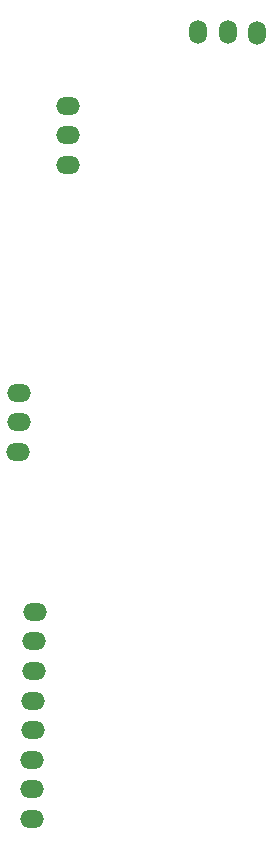
<source format=gbp>
G04*
G04 #@! TF.GenerationSoftware,Altium Limited,Altium Designer,23.5.1 (21)*
G04*
G04 Layer_Color=128*
%FSLAX44Y44*%
%MOMM*%
G71*
G04*
G04 #@! TF.SameCoordinates,5C111197-4597-48D1-979B-7C2AAD06A796*
G04*
G04*
G04 #@! TF.FilePolarity,Positive*
G04*
G01*
G75*
%ADD99O,2.0000X1.5000*%
%ADD100O,1.5000X2.0000*%
D99*
X963752Y1000312D02*
D03*
X963467Y975338D02*
D03*
X963005Y950159D02*
D03*
X962643Y925082D02*
D03*
X962233Y900006D02*
D03*
X961820Y874907D02*
D03*
X961191Y825000D02*
D03*
X961500Y850000D02*
D03*
X950000Y1136000D02*
D03*
X950629Y1185907D02*
D03*
X950320Y1160907D02*
D03*
X992000Y1404000D02*
D03*
X991690Y1379000D02*
D03*
X992319Y1428907D02*
D03*
D100*
X1127448Y1490965D02*
D03*
X1152448Y1490655D02*
D03*
X1102541Y1491284D02*
D03*
M02*

</source>
